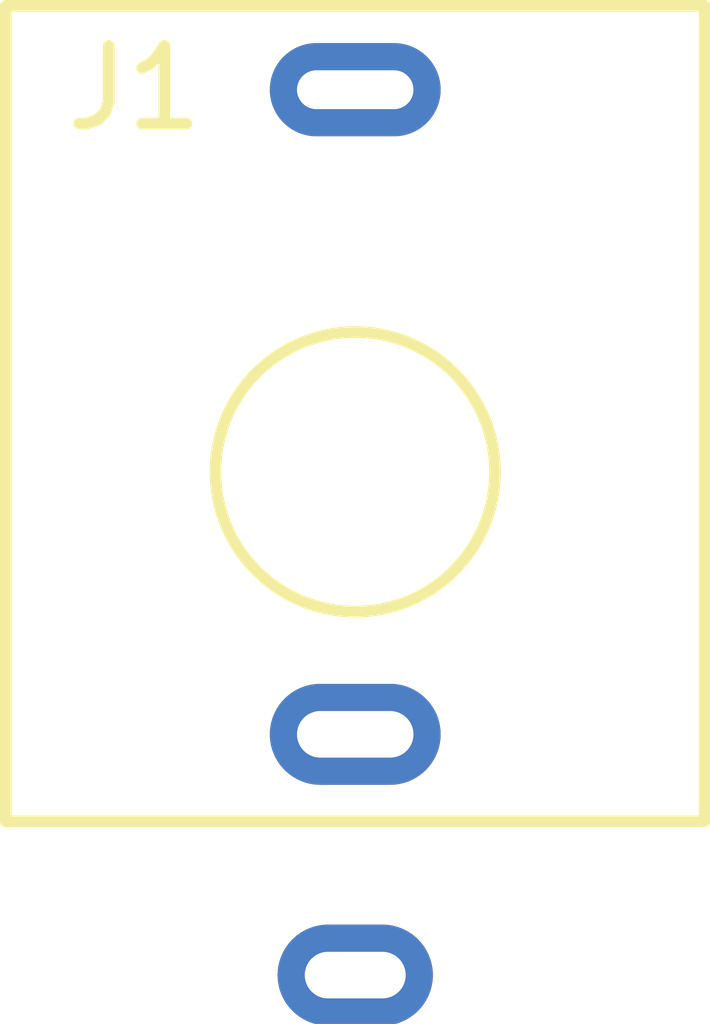
<source format=kicad_pcb>
(kicad_pcb (version 20171130) (host pcbnew "(5.1.9-0-10_14)")

  (general
    (thickness 1.6)
    (drawings 0)
    (tracks 0)
    (zones 0)
    (modules 1)
    (nets 4)
  )

  (page A4)
  (layers
    (0 F.Cu signal)
    (31 B.Cu signal)
    (32 B.Adhes user)
    (33 F.Adhes user)
    (34 B.Paste user)
    (35 F.Paste user)
    (36 B.SilkS user)
    (37 F.SilkS user)
    (38 B.Mask user)
    (39 F.Mask user)
    (40 Dwgs.User user)
    (41 Cmts.User user)
    (42 Eco1.User user)
    (43 Eco2.User user)
    (44 Edge.Cuts user)
    (45 Margin user)
    (46 B.CrtYd user hide)
    (47 F.CrtYd user hide)
    (48 B.Fab user hide)
    (49 F.Fab user hide)
  )

  (setup
    (last_trace_width 0.1524)
    (user_trace_width 0.1524)
    (user_trace_width 0.254)
    (user_trace_width 0.4064)
    (user_trace_width 0.635)
    (trace_clearance 0.1524)
    (zone_clearance 0.508)
    (zone_45_only no)
    (trace_min 0.1524)
    (via_size 0.6858)
    (via_drill 0.3048)
    (via_min_size 0.6858)
    (via_min_drill 0.3048)
    (uvia_size 0.3048)
    (uvia_drill 0.1524)
    (uvias_allowed no)
    (uvia_min_size 0.2)
    (uvia_min_drill 0.1)
    (edge_width 0.15)
    (segment_width 0.2)
    (pcb_text_width 0.3)
    (pcb_text_size 1.5 1.5)
    (mod_edge_width 0.15)
    (mod_text_size 1 1)
    (mod_text_width 0.15)
    (pad_size 2 1.3)
    (pad_drill 1.3)
    (pad_to_mask_clearance 0.2)
    (aux_axis_origin 0 0)
    (visible_elements FFFFFF7F)
    (pcbplotparams
      (layerselection 0x010fc_ffffffff)
      (usegerberextensions false)
      (usegerberattributes false)
      (usegerberadvancedattributes false)
      (creategerberjobfile false)
      (excludeedgelayer true)
      (linewidth 0.100000)
      (plotframeref false)
      (viasonmask false)
      (mode 1)
      (useauxorigin false)
      (hpglpennumber 1)
      (hpglpenspeed 20)
      (hpglpendiameter 15.000000)
      (psnegative false)
      (psa4output false)
      (plotreference true)
      (plotvalue true)
      (plotinvisibletext false)
      (padsonsilk false)
      (subtractmaskfromsilk false)
      (outputformat 1)
      (mirror false)
      (drillshape 1)
      (scaleselection 1)
      (outputdirectory ""))
  )

  (net 0 "")
  (net 1 GND)
  (net 2 Pin0)
  (net 3 Cascade0)

  (net_class Default "This is the default net class."
    (clearance 0.1524)
    (trace_width 0.1524)
    (via_dia 0.6858)
    (via_drill 0.3048)
    (uvia_dia 0.3048)
    (uvia_drill 0.1524)
    (diff_pair_width 0.1524)
    (diff_pair_gap 0.1524)
    (add_net Cascade0)
    (add_net GND)
    (add_net Pin0)
  )

  (module Connector_Thonk:ThonkiconnJack locked (layer F.Cu) (tedit 60CF9E73) (tstamp 608A8B61)
    (at 0 0)
    (path /5FC82E98)
    (fp_text reference J1 (at -2.84 -4.94) (layer F.SilkS)
      (effects (font (size 1 1) (thickness 0.15)))
    )
    (fp_text value IN (at 0 9.3) (layer F.Fab)
      (effects (font (size 1 1) (thickness 0.15)))
    )
    (fp_line (start -4.5 4.5) (end 4.5 4.5) (layer F.SilkS) (width 0.15))
    (fp_line (start 4.5 -6) (end 4.5 4.5) (layer F.SilkS) (width 0.15))
    (fp_line (start -4.5 -6) (end -4.5 4.5) (layer F.SilkS) (width 0.15))
    (fp_line (start -4.5 -6) (end 4.5 -6) (layer F.SilkS) (width 0.15))
    (fp_circle (center 0 0) (end 1.8 0) (layer F.SilkS) (width 0.15))
    (pad "" np_thru_hole circle (at 0 0) (size 2.5 2.5) (drill 2.5) (layers *.Cu *.Mask))
    (pad T thru_hole oval (at 0 -4.92) (size 2.2 1.2) (drill oval 1.5 0.5) (layers *.Cu *.Mask)
      (net 2 Pin0))
    (pad TN thru_hole oval (at 0 3.38) (size 2.2 1.3) (drill oval 1.5 0.6) (layers *.Cu *.Mask)
      (net 3 Cascade0))
    (pad S thru_hole oval (at 0 6.48) (size 2 1.3) (drill oval 1.3 0.6) (layers *.Cu *.Mask)
      (net 1 GND))
  )

)

</source>
